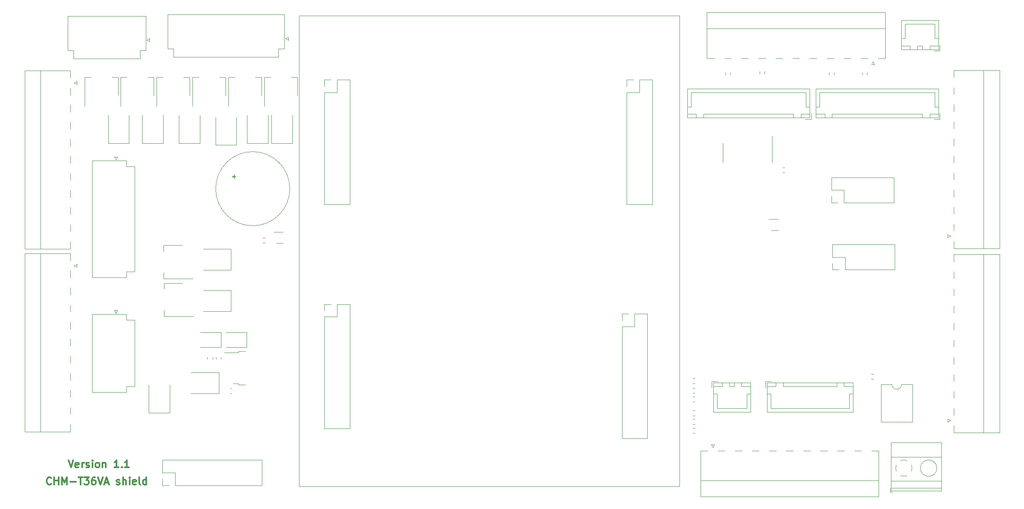
<source format=gbr>
%TF.GenerationSoftware,KiCad,Pcbnew,6.0.8-f2edbf62ab~116~ubuntu20.04.1*%
%TF.CreationDate,2022-12-03T19:21:23+01:00*%
%TF.ProjectId,shield_chm36VA,73686965-6c64-45f6-9368-6d333656412e,rev?*%
%TF.SameCoordinates,Original*%
%TF.FileFunction,Legend,Top*%
%TF.FilePolarity,Positive*%
%FSLAX46Y46*%
G04 Gerber Fmt 4.6, Leading zero omitted, Abs format (unit mm)*
G04 Created by KiCad (PCBNEW 6.0.8-f2edbf62ab~116~ubuntu20.04.1) date 2022-12-03 19:21:23*
%MOMM*%
%LPD*%
G01*
G04 APERTURE LIST*
%ADD10C,0.100000*%
%ADD11C,0.300000*%
%ADD12C,0.150000*%
%ADD13C,0.120000*%
G04 APERTURE END LIST*
D10*
X177500000Y-141000000D02*
X99500000Y-141000000D01*
X99500000Y-44500000D02*
X177500000Y-44500000D01*
X99500000Y-141000000D02*
X99500000Y-44500000D01*
X177500000Y-44500000D02*
X177500000Y-141000000D01*
D11*
X52214285Y-135678571D02*
X52714285Y-137178571D01*
X53214285Y-135678571D01*
X54285714Y-137107142D02*
X54142857Y-137178571D01*
X53857142Y-137178571D01*
X53714285Y-137107142D01*
X53642857Y-136964285D01*
X53642857Y-136392857D01*
X53714285Y-136250000D01*
X53857142Y-136178571D01*
X54142857Y-136178571D01*
X54285714Y-136250000D01*
X54357142Y-136392857D01*
X54357142Y-136535714D01*
X53642857Y-136678571D01*
X55000000Y-137178571D02*
X55000000Y-136178571D01*
X55000000Y-136464285D02*
X55071428Y-136321428D01*
X55142857Y-136250000D01*
X55285714Y-136178571D01*
X55428571Y-136178571D01*
X55857142Y-137107142D02*
X56000000Y-137178571D01*
X56285714Y-137178571D01*
X56428571Y-137107142D01*
X56500000Y-136964285D01*
X56500000Y-136892857D01*
X56428571Y-136750000D01*
X56285714Y-136678571D01*
X56071428Y-136678571D01*
X55928571Y-136607142D01*
X55857142Y-136464285D01*
X55857142Y-136392857D01*
X55928571Y-136250000D01*
X56071428Y-136178571D01*
X56285714Y-136178571D01*
X56428571Y-136250000D01*
X57142857Y-137178571D02*
X57142857Y-136178571D01*
X57142857Y-135678571D02*
X57071428Y-135750000D01*
X57142857Y-135821428D01*
X57214285Y-135750000D01*
X57142857Y-135678571D01*
X57142857Y-135821428D01*
X58071428Y-137178571D02*
X57928571Y-137107142D01*
X57857142Y-137035714D01*
X57785714Y-136892857D01*
X57785714Y-136464285D01*
X57857142Y-136321428D01*
X57928571Y-136250000D01*
X58071428Y-136178571D01*
X58285714Y-136178571D01*
X58428571Y-136250000D01*
X58500000Y-136321428D01*
X58571428Y-136464285D01*
X58571428Y-136892857D01*
X58500000Y-137035714D01*
X58428571Y-137107142D01*
X58285714Y-137178571D01*
X58071428Y-137178571D01*
X59214285Y-136178571D02*
X59214285Y-137178571D01*
X59214285Y-136321428D02*
X59285714Y-136250000D01*
X59428571Y-136178571D01*
X59642857Y-136178571D01*
X59785714Y-136250000D01*
X59857142Y-136392857D01*
X59857142Y-137178571D01*
X62500000Y-137178571D02*
X61642857Y-137178571D01*
X62071428Y-137178571D02*
X62071428Y-135678571D01*
X61928571Y-135892857D01*
X61785714Y-136035714D01*
X61642857Y-136107142D01*
X63142857Y-137035714D02*
X63214285Y-137107142D01*
X63142857Y-137178571D01*
X63071428Y-137107142D01*
X63142857Y-137035714D01*
X63142857Y-137178571D01*
X64642857Y-137178571D02*
X63785714Y-137178571D01*
X64214285Y-137178571D02*
X64214285Y-135678571D01*
X64071428Y-135892857D01*
X63928571Y-136035714D01*
X63785714Y-136107142D01*
X48678571Y-140535714D02*
X48607142Y-140607142D01*
X48392857Y-140678571D01*
X48249999Y-140678571D01*
X48035714Y-140607142D01*
X47892857Y-140464285D01*
X47821428Y-140321428D01*
X47749999Y-140035714D01*
X47749999Y-139821428D01*
X47821428Y-139535714D01*
X47892857Y-139392857D01*
X48035714Y-139250000D01*
X48249999Y-139178571D01*
X48392857Y-139178571D01*
X48607142Y-139250000D01*
X48678571Y-139321428D01*
X49321428Y-140678571D02*
X49321428Y-139178571D01*
X49321428Y-139892857D02*
X50178571Y-139892857D01*
X50178571Y-140678571D02*
X50178571Y-139178571D01*
X50892857Y-140678571D02*
X50892857Y-139178571D01*
X51392857Y-140250000D01*
X51892857Y-139178571D01*
X51892857Y-140678571D01*
X52607142Y-140107142D02*
X53749999Y-140107142D01*
X54249999Y-139178571D02*
X55107142Y-139178571D01*
X54678571Y-140678571D02*
X54678571Y-139178571D01*
X55464285Y-139178571D02*
X56392857Y-139178571D01*
X55892857Y-139750000D01*
X56107142Y-139750000D01*
X56249999Y-139821428D01*
X56321428Y-139892857D01*
X56392857Y-140035714D01*
X56392857Y-140392857D01*
X56321428Y-140535714D01*
X56249999Y-140607142D01*
X56107142Y-140678571D01*
X55678571Y-140678571D01*
X55535714Y-140607142D01*
X55464285Y-140535714D01*
X57678571Y-139178571D02*
X57392857Y-139178571D01*
X57249999Y-139250000D01*
X57178571Y-139321428D01*
X57035714Y-139535714D01*
X56964285Y-139821428D01*
X56964285Y-140392857D01*
X57035714Y-140535714D01*
X57107142Y-140607142D01*
X57249999Y-140678571D01*
X57535714Y-140678571D01*
X57678571Y-140607142D01*
X57749999Y-140535714D01*
X57821428Y-140392857D01*
X57821428Y-140035714D01*
X57749999Y-139892857D01*
X57678571Y-139821428D01*
X57535714Y-139750000D01*
X57249999Y-139750000D01*
X57107142Y-139821428D01*
X57035714Y-139892857D01*
X56964285Y-140035714D01*
X58250000Y-139178571D02*
X58750000Y-140678571D01*
X59250000Y-139178571D01*
X59678571Y-140250000D02*
X60392857Y-140250000D01*
X59535714Y-140678571D02*
X60035714Y-139178571D01*
X60535714Y-140678571D01*
X62107142Y-140607142D02*
X62250000Y-140678571D01*
X62535714Y-140678571D01*
X62678571Y-140607142D01*
X62750000Y-140464285D01*
X62750000Y-140392857D01*
X62678571Y-140250000D01*
X62535714Y-140178571D01*
X62321428Y-140178571D01*
X62178571Y-140107142D01*
X62107142Y-139964285D01*
X62107142Y-139892857D01*
X62178571Y-139750000D01*
X62321428Y-139678571D01*
X62535714Y-139678571D01*
X62678571Y-139750000D01*
X63392857Y-140678571D02*
X63392857Y-139178571D01*
X64035714Y-140678571D02*
X64035714Y-139892857D01*
X63964285Y-139750000D01*
X63821428Y-139678571D01*
X63607142Y-139678571D01*
X63464285Y-139750000D01*
X63392857Y-139821428D01*
X64750000Y-140678571D02*
X64750000Y-139678571D01*
X64750000Y-139178571D02*
X64678571Y-139250000D01*
X64750000Y-139321428D01*
X64821428Y-139250000D01*
X64750000Y-139178571D01*
X64750000Y-139321428D01*
X66035714Y-140607142D02*
X65892857Y-140678571D01*
X65607142Y-140678571D01*
X65464285Y-140607142D01*
X65392857Y-140464285D01*
X65392857Y-139892857D01*
X65464285Y-139750000D01*
X65607142Y-139678571D01*
X65892857Y-139678571D01*
X66035714Y-139750000D01*
X66107142Y-139892857D01*
X66107142Y-140035714D01*
X65392857Y-140178571D01*
X66964285Y-140678571D02*
X66821428Y-140607142D01*
X66750000Y-140464285D01*
X66750000Y-139178571D01*
X68178571Y-140678571D02*
X68178571Y-139178571D01*
X68178571Y-140607142D02*
X68035714Y-140678571D01*
X67750000Y-140678571D01*
X67607142Y-140607142D01*
X67535714Y-140535714D01*
X67464285Y-140392857D01*
X67464285Y-139964285D01*
X67535714Y-139821428D01*
X67607142Y-139750000D01*
X67750000Y-139678571D01*
X68035714Y-139678571D01*
X68178571Y-139750000D01*
D12*
X85809047Y-77531428D02*
X86570952Y-77531428D01*
X86190000Y-77912380D02*
X86190000Y-77150476D01*
D13*
X97600000Y-80000000D02*
G75*
G03*
X97600000Y-80000000I-7600000J0D01*
G01*
X85550000Y-96650000D02*
X79850000Y-96650000D01*
X85550000Y-96650000D02*
X85550000Y-92350000D01*
X85550000Y-92350000D02*
X79850000Y-92350000D01*
X83050000Y-121950000D02*
X77350000Y-121950000D01*
X83050000Y-117650000D02*
X77350000Y-117650000D01*
X83050000Y-121950000D02*
X83050000Y-117650000D01*
X217237258Y-119022500D02*
X216762742Y-119022500D01*
X217237258Y-117977500D02*
X216762742Y-117977500D01*
X88505000Y-113325000D02*
X87005000Y-113325000D01*
X87005000Y-119955000D02*
X85905000Y-119955000D01*
X87005000Y-120225000D02*
X87005000Y-119955000D01*
X87005000Y-113325000D02*
X87005000Y-113595000D01*
X88505000Y-120225000D02*
X87005000Y-120225000D01*
X87005000Y-113595000D02*
X84175000Y-113595000D01*
X221410000Y-82870000D02*
X221410000Y-77670000D01*
X208590000Y-77670000D02*
X221410000Y-77670000D01*
X211190000Y-82870000D02*
X211190000Y-80270000D01*
X208590000Y-80270000D02*
X208590000Y-77670000D01*
X211190000Y-82870000D02*
X221410000Y-82870000D01*
X209920000Y-82870000D02*
X208590000Y-82870000D01*
X208590000Y-82870000D02*
X208590000Y-81540000D01*
X211190000Y-80270000D02*
X208590000Y-80270000D01*
X211390000Y-96605000D02*
X211390000Y-94005000D01*
X208790000Y-94005000D02*
X208790000Y-91405000D01*
X211390000Y-94005000D02*
X208790000Y-94005000D01*
X211390000Y-96605000D02*
X221610000Y-96605000D01*
X208790000Y-91405000D02*
X221610000Y-91405000D01*
X210120000Y-96605000D02*
X208790000Y-96605000D01*
X208790000Y-96605000D02*
X208790000Y-95275000D01*
X221610000Y-96605000D02*
X221610000Y-91405000D01*
X224750000Y-51450000D02*
X224750000Y-50700000D01*
X228750000Y-51450000D02*
X230550000Y-51450000D01*
X222950000Y-50700000D02*
X222950000Y-51450000D01*
X227250000Y-51450000D02*
X227250000Y-50700000D01*
X230550000Y-50700000D02*
X228750000Y-50700000D01*
X230560000Y-45490000D02*
X222940000Y-45490000D01*
X224750000Y-50700000D02*
X222950000Y-50700000D01*
X229600000Y-51750000D02*
X230850000Y-51750000D01*
X222940000Y-51460000D02*
X230560000Y-51460000D01*
X230850000Y-51750000D02*
X230850000Y-50500000D01*
X223700000Y-49200000D02*
X223700000Y-46250000D01*
X223700000Y-46250000D02*
X226750000Y-46250000D01*
X228750000Y-50700000D02*
X228750000Y-51450000D01*
X226250000Y-51450000D02*
X227250000Y-51450000D01*
X222950000Y-51450000D02*
X224750000Y-51450000D01*
X230550000Y-49200000D02*
X229800000Y-49200000D01*
X229800000Y-49200000D02*
X229800000Y-46250000D01*
X227250000Y-50700000D02*
X226250000Y-50700000D01*
X226250000Y-50700000D02*
X226250000Y-51450000D01*
X222940000Y-45490000D02*
X222940000Y-51460000D01*
X222950000Y-49200000D02*
X223700000Y-49200000D01*
X230550000Y-51450000D02*
X230550000Y-50700000D01*
X229800000Y-46250000D02*
X226750000Y-46250000D01*
X230560000Y-51460000D02*
X230560000Y-45490000D01*
X192000000Y-119825000D02*
X190200000Y-119825000D01*
X185350000Y-119525000D02*
X184100000Y-119525000D01*
X186200000Y-120575000D02*
X186200000Y-119825000D01*
X184400000Y-119825000D02*
X184400000Y-120575000D01*
X190200000Y-120575000D02*
X192000000Y-120575000D01*
X184390000Y-125785000D02*
X192010000Y-125785000D01*
X184400000Y-122075000D02*
X185150000Y-122075000D01*
X184400000Y-120575000D02*
X186200000Y-120575000D01*
X184100000Y-119525000D02*
X184100000Y-120775000D01*
X184390000Y-119815000D02*
X184390000Y-125785000D01*
X192010000Y-125785000D02*
X192010000Y-119815000D01*
X188700000Y-120575000D02*
X188700000Y-119825000D01*
X191250000Y-125025000D02*
X188200000Y-125025000D01*
X187700000Y-120575000D02*
X188700000Y-120575000D01*
X192010000Y-119815000D02*
X184390000Y-119815000D01*
X191250000Y-122075000D02*
X191250000Y-125025000D01*
X185150000Y-125025000D02*
X188200000Y-125025000D01*
X186200000Y-119825000D02*
X184400000Y-119825000D01*
X192000000Y-120575000D02*
X192000000Y-119825000D01*
X187700000Y-119825000D02*
X187700000Y-120575000D01*
X185150000Y-122075000D02*
X185150000Y-125025000D01*
X192000000Y-122075000D02*
X191250000Y-122075000D01*
X190200000Y-119825000D02*
X190200000Y-120575000D01*
X188700000Y-119825000D02*
X187700000Y-119825000D01*
X233720000Y-93470000D02*
X233720000Y-94950000D01*
X243080000Y-93470000D02*
X233720000Y-93470000D01*
X233000000Y-127500000D02*
X232400000Y-127800000D01*
X233720000Y-122950000D02*
X233720000Y-121550000D01*
X243080000Y-130030000D02*
X243080000Y-93470000D01*
X233720000Y-98450000D02*
X233720000Y-97050000D01*
X233720000Y-105450000D02*
X233720000Y-104050000D01*
X233720000Y-130030000D02*
X233720000Y-128550000D01*
X233720000Y-130030000D02*
X243080000Y-130030000D01*
X239800000Y-130030000D02*
X239800000Y-93470000D01*
X233720000Y-119450000D02*
X233720000Y-118050000D01*
X233720000Y-126450000D02*
X233720000Y-125050000D01*
X233720000Y-115950000D02*
X233720000Y-114550000D01*
X233720000Y-112450000D02*
X233720000Y-111050000D01*
X232400000Y-127800000D02*
X232400000Y-127200000D01*
X233720000Y-101950000D02*
X233720000Y-100550000D01*
X233720000Y-108950000D02*
X233720000Y-107550000D01*
X232400000Y-127200000D02*
X233000000Y-127500000D01*
X81772500Y-114987258D02*
X81772500Y-114512742D01*
X80727500Y-114987258D02*
X80727500Y-114512742D01*
X83460000Y-112510000D02*
X83460000Y-109490000D01*
X79250000Y-112510000D02*
X83460000Y-112510000D01*
X83460000Y-109490000D02*
X79250000Y-109490000D01*
X196300000Y-88560000D02*
X197700000Y-88560000D01*
X197700000Y-86240000D02*
X195800000Y-86240000D01*
X196460000Y-72600000D02*
X196460000Y-74550000D01*
X196460000Y-72600000D02*
X196460000Y-69150000D01*
X186340000Y-72600000D02*
X186340000Y-70650000D01*
X186340000Y-72600000D02*
X186340000Y-74550000D01*
X67350000Y-70650000D02*
X71650000Y-70650000D01*
X67350000Y-70650000D02*
X67350000Y-64950000D01*
X71650000Y-70650000D02*
X71650000Y-64950000D01*
X180162742Y-121922500D02*
X180637258Y-121922500D01*
X180162742Y-120877500D02*
X180637258Y-120877500D01*
X180162742Y-129077500D02*
X180637258Y-129077500D01*
X180162742Y-130122500D02*
X180637258Y-130122500D01*
X166670000Y-83190000D02*
X171870000Y-83190000D01*
X166670000Y-60270000D02*
X169270000Y-60270000D01*
X166670000Y-60270000D02*
X166670000Y-83190000D01*
X169270000Y-60270000D02*
X169270000Y-57670000D01*
X166670000Y-59000000D02*
X166670000Y-57670000D01*
X166670000Y-57670000D02*
X168000000Y-57670000D01*
X171870000Y-57670000D02*
X171870000Y-83190000D01*
X169270000Y-57670000D02*
X171870000Y-57670000D01*
X64060000Y-96982500D02*
X64060000Y-98182500D01*
X61950000Y-74062500D02*
X61650000Y-73462500D01*
X57040000Y-98182500D02*
X57040000Y-74262500D01*
X64060000Y-74262500D02*
X64060000Y-75462500D01*
X64060000Y-75462500D02*
X65760000Y-75462500D01*
X65760000Y-75462500D02*
X65760000Y-96982500D01*
X61650000Y-73462500D02*
X62250000Y-73462500D01*
X57040000Y-74262500D02*
X64060000Y-74262500D01*
X62250000Y-73462500D02*
X61950000Y-74062500D01*
X64060000Y-98182500D02*
X57040000Y-98182500D01*
X65760000Y-96982500D02*
X64060000Y-96982500D01*
X91910000Y-140830000D02*
X91910000Y-135630000D01*
X74070000Y-140830000D02*
X74070000Y-138230000D01*
X74070000Y-138230000D02*
X71470000Y-138230000D01*
X71470000Y-140830000D02*
X71470000Y-139500000D01*
X74070000Y-140830000D02*
X91910000Y-140830000D01*
X71470000Y-135630000D02*
X91910000Y-135630000D01*
X71470000Y-138230000D02*
X71470000Y-135630000D01*
X72800000Y-140830000D02*
X71470000Y-140830000D01*
X107270000Y-60270000D02*
X107270000Y-57670000D01*
X109870000Y-57670000D02*
X109870000Y-83190000D01*
X104670000Y-60270000D02*
X107270000Y-60270000D01*
X107270000Y-57670000D02*
X109870000Y-57670000D01*
X104670000Y-83190000D02*
X109870000Y-83190000D01*
X104670000Y-59000000D02*
X104670000Y-57670000D01*
X104670000Y-57670000D02*
X106000000Y-57670000D01*
X104670000Y-60270000D02*
X104670000Y-83190000D01*
X195840000Y-133787500D02*
X197240000Y-133787500D01*
X185340000Y-133787500D02*
X186740000Y-133787500D01*
X218320000Y-133787500D02*
X216840000Y-133787500D01*
X181760000Y-139867500D02*
X218320000Y-139867500D01*
X184590000Y-132467500D02*
X184290000Y-133067500D01*
X192340000Y-133787500D02*
X193740000Y-133787500D01*
X188840000Y-133787500D02*
X190240000Y-133787500D01*
X199340000Y-133787500D02*
X200740000Y-133787500D01*
X206340000Y-133787500D02*
X207740000Y-133787500D01*
X184290000Y-133067500D02*
X183990000Y-132467500D01*
X181760000Y-133787500D02*
X181760000Y-143147500D01*
X183990000Y-132467500D02*
X184590000Y-132467500D01*
X209840000Y-133787500D02*
X211240000Y-133787500D01*
X181760000Y-143147500D02*
X218320000Y-143147500D01*
X213340000Y-133787500D02*
X214740000Y-133787500D01*
X181760000Y-133787500D02*
X183240000Y-133787500D01*
X218320000Y-143147500D02*
X218320000Y-133787500D01*
X202840000Y-133787500D02*
X204240000Y-133787500D01*
X205560000Y-53212500D02*
X204160000Y-53212500D01*
X212560000Y-53212500D02*
X211160000Y-53212500D01*
X188060000Y-53212500D02*
X186660000Y-53212500D01*
X183080000Y-43852500D02*
X183080000Y-53212500D01*
X183080000Y-53212500D02*
X184560000Y-53212500D01*
X219640000Y-47132500D02*
X183080000Y-47132500D01*
X217110000Y-53932500D02*
X217410000Y-54532500D01*
X217410000Y-54532500D02*
X216810000Y-54532500D01*
X219640000Y-53212500D02*
X219640000Y-43852500D01*
X198560000Y-53212500D02*
X197160000Y-53212500D01*
X191560000Y-53212500D02*
X190160000Y-53212500D01*
X195060000Y-53212500D02*
X193660000Y-53212500D01*
X216060000Y-53212500D02*
X214660000Y-53212500D01*
X219640000Y-43852500D02*
X183080000Y-43852500D01*
X216810000Y-54532500D02*
X217110000Y-53932500D01*
X209060000Y-53212500D02*
X207660000Y-53212500D01*
X219640000Y-53212500D02*
X218160000Y-53212500D01*
X202060000Y-53212500D02*
X200660000Y-53212500D01*
X198659420Y-76710000D02*
X198940580Y-76710000D01*
X198659420Y-75690000D02*
X198940580Y-75690000D01*
X91802000Y-60850000D02*
X91802000Y-57090000D01*
X84982000Y-63100000D02*
X84982000Y-57090000D01*
X84982000Y-57090000D02*
X86242000Y-57090000D01*
X91802000Y-57090000D02*
X90542000Y-57090000D01*
X104670000Y-103670000D02*
X106000000Y-103670000D01*
X104670000Y-106270000D02*
X107270000Y-106270000D01*
X104670000Y-106270000D02*
X104670000Y-129190000D01*
X104670000Y-105000000D02*
X104670000Y-103670000D01*
X104670000Y-129190000D02*
X109870000Y-129190000D01*
X107270000Y-103670000D02*
X109870000Y-103670000D01*
X107270000Y-106270000D02*
X107270000Y-103670000D01*
X109870000Y-103670000D02*
X109870000Y-129190000D01*
X205450000Y-65450000D02*
X207250000Y-65450000D01*
X229800000Y-63200000D02*
X229800000Y-60250000D01*
X227250000Y-65450000D02*
X227250000Y-64700000D01*
X230850000Y-65750000D02*
X230850000Y-64500000D01*
X208750000Y-64700000D02*
X208750000Y-65450000D01*
X230550000Y-64700000D02*
X228750000Y-64700000D01*
X228750000Y-65450000D02*
X230550000Y-65450000D01*
X230560000Y-59490000D02*
X205440000Y-59490000D01*
X228750000Y-64700000D02*
X228750000Y-65450000D01*
X205450000Y-63200000D02*
X206200000Y-63200000D01*
X230560000Y-65460000D02*
X230560000Y-59490000D01*
X206200000Y-60250000D02*
X218000000Y-60250000D01*
X227250000Y-64700000D02*
X208750000Y-64700000D01*
X207250000Y-65450000D02*
X207250000Y-64700000D01*
X207250000Y-64700000D02*
X205450000Y-64700000D01*
X206200000Y-63200000D02*
X206200000Y-60250000D01*
X229800000Y-60250000D02*
X218000000Y-60250000D01*
X205450000Y-64700000D02*
X205450000Y-65450000D01*
X205440000Y-65460000D02*
X230560000Y-65460000D01*
X230550000Y-65450000D02*
X230550000Y-64700000D01*
X229600000Y-65750000D02*
X230850000Y-65750000D01*
X208750000Y-65450000D02*
X227250000Y-65450000D01*
X230550000Y-63200000D02*
X229800000Y-63200000D01*
X205440000Y-59490000D02*
X205440000Y-65460000D01*
X225235000Y-127870000D02*
X225235000Y-120130000D01*
X225235000Y-120130000D02*
X223000000Y-120130000D01*
X218765000Y-127870000D02*
X225235000Y-127870000D01*
X218765000Y-120130000D02*
X218765000Y-127870000D01*
X221000000Y-120130000D02*
X218765000Y-120130000D01*
X221000000Y-120130000D02*
G75*
G03*
X223000000Y-120130000I1000000J0D01*
G01*
X180637258Y-118877500D02*
X180162742Y-118877500D01*
X180637258Y-119922500D02*
X180162742Y-119922500D01*
X73740000Y-53010000D02*
X73740000Y-51310000D01*
X72540000Y-51310000D02*
X72540000Y-44290000D01*
X96660000Y-49200000D02*
X97260000Y-48900000D01*
X97260000Y-48900000D02*
X97260000Y-49500000D01*
X95260000Y-53010000D02*
X73740000Y-53010000D01*
X96460000Y-44290000D02*
X96460000Y-51310000D01*
X72540000Y-44290000D02*
X96460000Y-44290000D01*
X97260000Y-49500000D02*
X96660000Y-49200000D01*
X96460000Y-51310000D02*
X95260000Y-51310000D01*
X73740000Y-51310000D02*
X72540000Y-51310000D01*
X95260000Y-51310000D02*
X95260000Y-53010000D01*
X203200000Y-65750000D02*
X204450000Y-65750000D01*
X200850000Y-64700000D02*
X182350000Y-64700000D01*
X179040000Y-59490000D02*
X179040000Y-65460000D01*
X204160000Y-65460000D02*
X204160000Y-59490000D01*
X200850000Y-65450000D02*
X200850000Y-64700000D01*
X204450000Y-65750000D02*
X204450000Y-64500000D01*
X179050000Y-64700000D02*
X179050000Y-65450000D01*
X179800000Y-60250000D02*
X191600000Y-60250000D01*
X204150000Y-65450000D02*
X204150000Y-64700000D01*
X180850000Y-65450000D02*
X180850000Y-64700000D01*
X180850000Y-64700000D02*
X179050000Y-64700000D01*
X179050000Y-63200000D02*
X179800000Y-63200000D01*
X182350000Y-64700000D02*
X182350000Y-65450000D01*
X182350000Y-65450000D02*
X200850000Y-65450000D01*
X202350000Y-65450000D02*
X204150000Y-65450000D01*
X204160000Y-59490000D02*
X179040000Y-59490000D01*
X202350000Y-64700000D02*
X202350000Y-65450000D01*
X204150000Y-64700000D02*
X202350000Y-64700000D01*
X179800000Y-63200000D02*
X179800000Y-60250000D01*
X203400000Y-63200000D02*
X203400000Y-60250000D01*
X179040000Y-65460000D02*
X204160000Y-65460000D01*
X204150000Y-63200000D02*
X203400000Y-63200000D01*
X179050000Y-65450000D02*
X180850000Y-65450000D01*
X203400000Y-60250000D02*
X191600000Y-60250000D01*
X96200000Y-88840000D02*
X94300000Y-88840000D01*
X94800000Y-91160000D02*
X96200000Y-91160000D01*
X197200000Y-119825000D02*
X195400000Y-119825000D01*
X197200000Y-120575000D02*
X197200000Y-119825000D01*
X213000000Y-119825000D02*
X211200000Y-119825000D01*
X196350000Y-119525000D02*
X195100000Y-119525000D01*
X213000000Y-120575000D02*
X213000000Y-119825000D01*
X213010000Y-125785000D02*
X213010000Y-119815000D01*
X211200000Y-120575000D02*
X213000000Y-120575000D01*
X212250000Y-122075000D02*
X212250000Y-125025000D01*
X213000000Y-122075000D02*
X212250000Y-122075000D01*
X209700000Y-119825000D02*
X198700000Y-119825000D01*
X195390000Y-119815000D02*
X195390000Y-125785000D01*
X195400000Y-119825000D02*
X195400000Y-120575000D01*
X195400000Y-122075000D02*
X196150000Y-122075000D01*
X211200000Y-119825000D02*
X211200000Y-120575000D01*
X196150000Y-125025000D02*
X204200000Y-125025000D01*
X213010000Y-119815000D02*
X195390000Y-119815000D01*
X195390000Y-125785000D02*
X213010000Y-125785000D01*
X209700000Y-120575000D02*
X209700000Y-119825000D01*
X195400000Y-120575000D02*
X197200000Y-120575000D01*
X198700000Y-119825000D02*
X198700000Y-120575000D01*
X212250000Y-125025000D02*
X204200000Y-125025000D01*
X195100000Y-119525000D02*
X195100000Y-120775000D01*
X196150000Y-122075000D02*
X196150000Y-125025000D01*
X198700000Y-120575000D02*
X209700000Y-120575000D01*
X62884000Y-57090000D02*
X64144000Y-57090000D01*
X62884000Y-63100000D02*
X62884000Y-57090000D01*
X69704000Y-57090000D02*
X68444000Y-57090000D01*
X69704000Y-60850000D02*
X69704000Y-57090000D01*
X180162742Y-122677500D02*
X180637258Y-122677500D01*
X180162742Y-123722500D02*
X180637258Y-123722500D01*
X60350000Y-70650000D02*
X64650000Y-70650000D01*
X60350000Y-70650000D02*
X60350000Y-64950000D01*
X64650000Y-70650000D02*
X64650000Y-64950000D01*
X92062742Y-91122500D02*
X92537258Y-91122500D01*
X92062742Y-90077500D02*
X92537258Y-90077500D01*
X77616000Y-57090000D02*
X78876000Y-57090000D01*
X84436000Y-60850000D02*
X84436000Y-57090000D01*
X84436000Y-57090000D02*
X83176000Y-57090000D01*
X77616000Y-63100000D02*
X77616000Y-57090000D01*
X43252500Y-92320000D02*
X52612500Y-92320000D01*
X53332500Y-58290000D02*
X53932500Y-57990000D01*
X53932500Y-57990000D02*
X53932500Y-58590000D01*
X52612500Y-80340000D02*
X52612500Y-81740000D01*
X52612500Y-92320000D02*
X52612500Y-90840000D01*
X52612500Y-83840000D02*
X52612500Y-85240000D01*
X52612500Y-87340000D02*
X52612500Y-88740000D01*
X52612500Y-66340000D02*
X52612500Y-67740000D01*
X52612500Y-62840000D02*
X52612500Y-64240000D01*
X52612500Y-55760000D02*
X52612500Y-57240000D01*
X52612500Y-73340000D02*
X52612500Y-74740000D01*
X43252500Y-55760000D02*
X43252500Y-92320000D01*
X52612500Y-59340000D02*
X52612500Y-60740000D01*
X52612500Y-55760000D02*
X43252500Y-55760000D01*
X52612500Y-69840000D02*
X52612500Y-71240000D01*
X46532500Y-55760000D02*
X46532500Y-92320000D01*
X52612500Y-76840000D02*
X52612500Y-78240000D01*
X53932500Y-58590000D02*
X53332500Y-58290000D01*
X186877500Y-56637258D02*
X186877500Y-56162742D01*
X187922500Y-56637258D02*
X187922500Y-56162742D01*
X62410000Y-60850000D02*
X62410000Y-57090000D01*
X55590000Y-63100000D02*
X55590000Y-57090000D01*
X62410000Y-57090000D02*
X61150000Y-57090000D01*
X55590000Y-57090000D02*
X56850000Y-57090000D01*
X52612500Y-117840000D02*
X52612500Y-119240000D01*
X52612500Y-93260000D02*
X43252500Y-93260000D01*
X52612500Y-129820000D02*
X52612500Y-128340000D01*
X52612500Y-103840000D02*
X52612500Y-105240000D01*
X53932500Y-95490000D02*
X53932500Y-96090000D01*
X43252500Y-93260000D02*
X43252500Y-129820000D01*
X43252500Y-129820000D02*
X52612500Y-129820000D01*
X52612500Y-107340000D02*
X52612500Y-108740000D01*
X52612500Y-114340000D02*
X52612500Y-115740000D01*
X52612500Y-121340000D02*
X52612500Y-122740000D01*
X52612500Y-93260000D02*
X52612500Y-94740000D01*
X46532500Y-93260000D02*
X46532500Y-129820000D01*
X52612500Y-96840000D02*
X52612500Y-98240000D01*
X52612500Y-100340000D02*
X52612500Y-101740000D01*
X53932500Y-96090000D02*
X53332500Y-95790000D01*
X53332500Y-95790000D02*
X53932500Y-95490000D01*
X52612500Y-110840000D02*
X52612500Y-112240000D01*
X52612500Y-124840000D02*
X52612500Y-126240000D01*
X75600000Y-99340000D02*
X71840000Y-99340000D01*
X77850000Y-106160000D02*
X71840000Y-106160000D01*
X71840000Y-99340000D02*
X71840000Y-100600000D01*
X71840000Y-106160000D02*
X71840000Y-104900000D01*
X79150000Y-70650000D02*
X79150000Y-64950000D01*
X74850000Y-70650000D02*
X79150000Y-70650000D01*
X74850000Y-70650000D02*
X74850000Y-64950000D01*
X214877500Y-56162742D02*
X214877500Y-56637258D01*
X215922500Y-56162742D02*
X215922500Y-56637258D01*
X88850000Y-70650000D02*
X93150000Y-70650000D01*
X88850000Y-70650000D02*
X88850000Y-64950000D01*
X93150000Y-70650000D02*
X93150000Y-64950000D01*
X85550000Y-105150000D02*
X79850000Y-105150000D01*
X85550000Y-100850000D02*
X79850000Y-100850000D01*
X85550000Y-105150000D02*
X85550000Y-100850000D01*
X86650000Y-71050000D02*
X86650000Y-65350000D01*
X82350000Y-71050000D02*
X86650000Y-71050000D01*
X82350000Y-71050000D02*
X82350000Y-65350000D01*
X82477500Y-114512742D02*
X82477500Y-114987258D01*
X83522500Y-114512742D02*
X83522500Y-114987258D01*
X168270000Y-105670000D02*
X170870000Y-105670000D01*
X165670000Y-108270000D02*
X165670000Y-131190000D01*
X168270000Y-108270000D02*
X168270000Y-105670000D01*
X165670000Y-131190000D02*
X170870000Y-131190000D01*
X165670000Y-107000000D02*
X165670000Y-105670000D01*
X165670000Y-108270000D02*
X168270000Y-108270000D01*
X165670000Y-105670000D02*
X167000000Y-105670000D01*
X170870000Y-105670000D02*
X170870000Y-131190000D01*
X93850000Y-70650000D02*
X93850000Y-64950000D01*
X93850000Y-70650000D02*
X98150000Y-70650000D01*
X98150000Y-70650000D02*
X98150000Y-64950000D01*
X180637258Y-128322500D02*
X180162742Y-128322500D01*
X180637258Y-127277500D02*
X180162742Y-127277500D01*
X220855000Y-141405000D02*
X231135000Y-141405000D01*
X220855000Y-132044000D02*
X231135000Y-132044000D01*
X220615000Y-141465000D02*
X220615000Y-142205000D01*
X227308000Y-138328000D02*
X227261000Y-138374000D01*
X229810000Y-136236000D02*
X229763000Y-136282000D01*
X220615000Y-142205000D02*
X221115000Y-142205000D01*
X220855000Y-141965000D02*
X231135000Y-141965000D01*
X227501000Y-138544000D02*
X227466000Y-138579000D01*
X220855000Y-139905000D02*
X231135000Y-139905000D01*
X231135000Y-132044000D02*
X231135000Y-141965000D01*
X220855000Y-135004000D02*
X231135000Y-135004000D01*
X229605000Y-136030000D02*
X229570000Y-136066000D01*
X220855000Y-132044000D02*
X220855000Y-141965000D01*
X224139000Y-135770000D02*
G75*
G03*
X222771958Y-135769573I-684001J-1534993D01*
G01*
X221920000Y-136621000D02*
G75*
G03*
X221919573Y-137988042I1534993J-684001D01*
G01*
X223455000Y-138985000D02*
G75*
G03*
X224138318Y-138839756I0J1680000D01*
G01*
X224990001Y-137989000D02*
G75*
G03*
X224990427Y-136621958I-1535001J684000D01*
G01*
X222771000Y-138840000D02*
G75*
G03*
X223483805Y-138985253I683999J1535001D01*
G01*
X230215000Y-137305000D02*
G75*
G03*
X230215000Y-137305000I-1680000J0D01*
G01*
X92348000Y-63100000D02*
X92348000Y-57090000D01*
X99168000Y-60850000D02*
X99168000Y-57090000D01*
X92348000Y-57090000D02*
X93608000Y-57090000D01*
X99168000Y-57090000D02*
X97908000Y-57090000D01*
X68650000Y-125950000D02*
X72950000Y-125950000D01*
X72950000Y-125950000D02*
X72950000Y-120250000D01*
X68650000Y-125950000D02*
X68650000Y-120250000D01*
X180162742Y-125477500D02*
X180637258Y-125477500D01*
X180162742Y-126522500D02*
X180637258Y-126522500D01*
X77750000Y-98410000D02*
X71740000Y-98410000D01*
X71740000Y-91590000D02*
X71740000Y-92850000D01*
X75500000Y-91590000D02*
X71740000Y-91590000D01*
X71740000Y-98410000D02*
X71740000Y-97150000D01*
X85640580Y-120990000D02*
X85359420Y-120990000D01*
X85640580Y-122010000D02*
X85359420Y-122010000D01*
X84500000Y-112510000D02*
X88710000Y-112510000D01*
X88710000Y-109490000D02*
X84500000Y-109490000D01*
X88710000Y-112510000D02*
X88710000Y-109490000D01*
X239800000Y-92240000D02*
X239800000Y-55680000D01*
X232400000Y-89410000D02*
X233000000Y-89710000D01*
X233720000Y-71160000D02*
X233720000Y-69760000D01*
X233720000Y-55680000D02*
X233720000Y-57160000D01*
X233720000Y-92240000D02*
X243080000Y-92240000D01*
X243080000Y-92240000D02*
X243080000Y-55680000D01*
X233720000Y-60660000D02*
X233720000Y-59260000D01*
X243080000Y-55680000D02*
X233720000Y-55680000D01*
X233720000Y-85160000D02*
X233720000Y-83760000D01*
X233720000Y-64160000D02*
X233720000Y-62760000D01*
X233720000Y-78160000D02*
X233720000Y-76760000D01*
X233720000Y-74660000D02*
X233720000Y-73260000D01*
X233720000Y-88660000D02*
X233720000Y-87260000D01*
X233720000Y-67660000D02*
X233720000Y-66260000D01*
X233720000Y-81660000D02*
X233720000Y-80260000D01*
X233720000Y-92240000D02*
X233720000Y-90760000D01*
X233000000Y-89710000D02*
X232400000Y-90010000D01*
X232400000Y-90010000D02*
X232400000Y-89410000D01*
X194922500Y-56437258D02*
X194922500Y-55962742D01*
X193877500Y-56437258D02*
X193877500Y-55962742D01*
X70250000Y-63100000D02*
X70250000Y-57090000D01*
X77070000Y-57090000D02*
X75810000Y-57090000D01*
X77070000Y-60850000D02*
X77070000Y-57090000D01*
X70250000Y-57090000D02*
X71510000Y-57090000D01*
X209122500Y-56162742D02*
X209122500Y-56637258D01*
X208077500Y-56162742D02*
X208077500Y-56637258D01*
X66860000Y-51610000D02*
X66860000Y-53310000D01*
X53260000Y-51610000D02*
X52060000Y-51610000D01*
X66860000Y-53310000D02*
X53260000Y-53310000D01*
X68260000Y-49500000D02*
X68860000Y-49200000D01*
X68060000Y-51610000D02*
X66860000Y-51610000D01*
X53260000Y-53310000D02*
X53260000Y-51610000D01*
X52060000Y-51610000D02*
X52060000Y-44590000D01*
X68860000Y-49800000D02*
X68260000Y-49500000D01*
X68860000Y-49200000D02*
X68860000Y-49800000D01*
X52060000Y-44590000D02*
X68060000Y-44590000D01*
X68060000Y-44590000D02*
X68060000Y-51610000D01*
X64060000Y-105722500D02*
X64060000Y-106922500D01*
X61950000Y-105522500D02*
X61650000Y-104922500D01*
X62250000Y-104922500D02*
X61950000Y-105522500D01*
X65760000Y-120522500D02*
X64060000Y-120522500D01*
X61650000Y-104922500D02*
X62250000Y-104922500D01*
X64060000Y-106922500D02*
X65760000Y-106922500D01*
X64060000Y-121722500D02*
X57040000Y-121722500D01*
X57040000Y-121722500D02*
X57040000Y-105722500D01*
X65760000Y-106922500D02*
X65760000Y-120522500D01*
X64060000Y-120522500D02*
X64060000Y-121722500D01*
X57040000Y-105722500D02*
X64060000Y-105722500D01*
M02*

</source>
